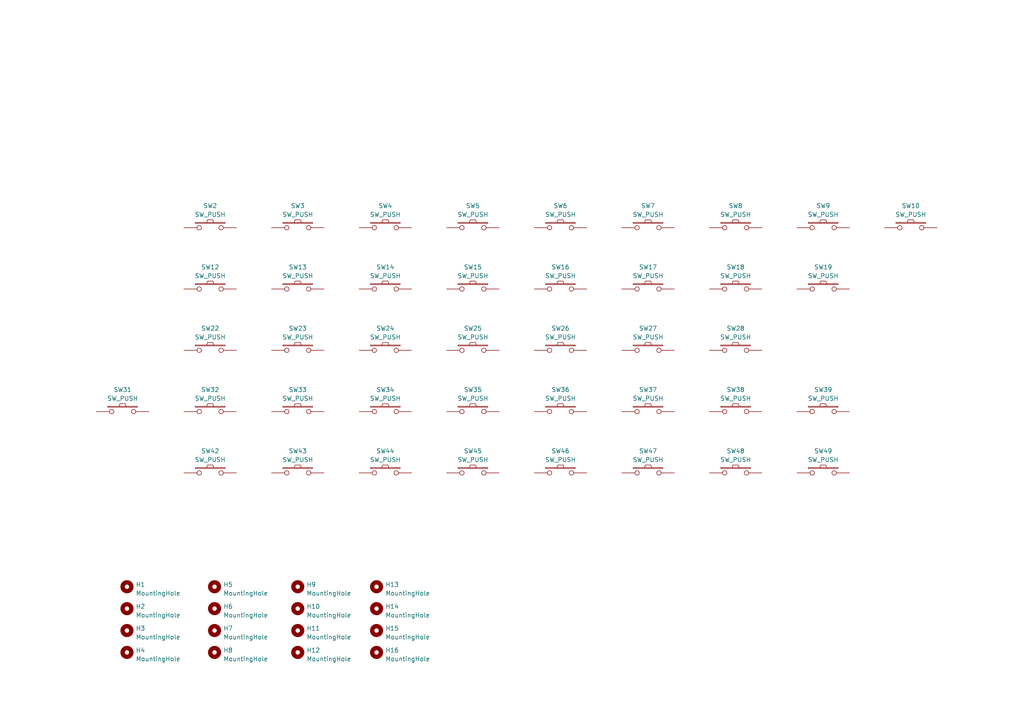
<source format=kicad_sch>
(kicad_sch (version 20230121) (generator eeschema)

  (uuid 6e6ce34d-41d5-494c-8310-abe0616e698b)

  (paper "A4")

  (lib_symbols
    (symbol "Mechanical:MountingHole" (pin_names (offset 1.016)) (in_bom yes) (on_board yes)
      (property "Reference" "H" (at 0 5.08 0)
        (effects (font (size 1.27 1.27)))
      )
      (property "Value" "MountingHole" (at 0 3.175 0)
        (effects (font (size 1.27 1.27)))
      )
      (property "Footprint" "" (at 0 0 0)
        (effects (font (size 1.27 1.27)) hide)
      )
      (property "Datasheet" "~" (at 0 0 0)
        (effects (font (size 1.27 1.27)) hide)
      )
      (property "ki_keywords" "mounting hole" (at 0 0 0)
        (effects (font (size 1.27 1.27)) hide)
      )
      (property "ki_description" "Mounting Hole without connection" (at 0 0 0)
        (effects (font (size 1.27 1.27)) hide)
      )
      (property "ki_fp_filters" "MountingHole*" (at 0 0 0)
        (effects (font (size 1.27 1.27)) hide)
      )
      (symbol "MountingHole_0_1"
        (circle (center 0 0) (radius 1.27)
          (stroke (width 1.27) (type default))
          (fill (type none))
        )
      )
    )
    (symbol "foostan/kbd:SW_PUSH" (pin_numbers hide) (pin_names (offset 1.016) hide) (in_bom yes) (on_board yes)
      (property "Reference" "SW" (at 3.81 2.794 0)
        (effects (font (size 1.27 1.27)))
      )
      (property "Value" "SW_PUSH" (at 0 -2.032 0)
        (effects (font (size 1.27 1.27)))
      )
      (property "Footprint" "" (at 0 0 0)
        (effects (font (size 1.27 1.27)))
      )
      (property "Datasheet" "" (at 0 0 0)
        (effects (font (size 1.27 1.27)))
      )
      (symbol "SW_PUSH_0_1"
        (rectangle (start -4.318 1.27) (end 4.318 1.524)
          (stroke (width 0) (type solid))
          (fill (type none))
        )
        (polyline
          (pts
            (xy -1.016 1.524)
            (xy -0.762 2.286)
            (xy 0.762 2.286)
            (xy 1.016 1.524)
          )
          (stroke (width 0) (type solid))
          (fill (type none))
        )
        (pin passive inverted (at -7.62 0 0) (length 5.08)
          (name "1" (effects (font (size 1.27 1.27))))
          (number "1" (effects (font (size 1.27 1.27))))
        )
        (pin passive inverted (at 7.62 0 180) (length 5.08)
          (name "2" (effects (font (size 1.27 1.27))))
          (number "2" (effects (font (size 1.27 1.27))))
        )
      )
    )
  )


  (symbol (lib_id "Mechanical:MountingHole") (at 62.23 182.88 0) (unit 1)
    (in_bom yes) (on_board yes) (dnp no) (fields_autoplaced)
    (uuid 06c59557-54f5-4b2f-84e3-71e9d2354528)
    (property "Reference" "H7" (at 64.77 182.245 0)
      (effects (font (size 1.27 1.27)) (justify left))
    )
    (property "Value" "MountingHole" (at 64.77 184.785 0)
      (effects (font (size 1.27 1.27)) (justify left))
    )
    (property "Footprint" "MountingHole:MountingHole_2.2mm_M2" (at 62.23 182.88 0)
      (effects (font (size 1.27 1.27)) hide)
    )
    (property "Datasheet" "~" (at 62.23 182.88 0)
      (effects (font (size 1.27 1.27)) hide)
    )
    (instances
      (project "sgkb-right-top"
        (path "/6e6ce34d-41d5-494c-8310-abe0616e698b"
          (reference "H7") (unit 1)
        )
      )
    )
  )

  (symbol (lib_id "foostan/kbd:SW_PUSH") (at 213.36 101.6 0) (unit 1)
    (in_bom yes) (on_board yes) (dnp no) (fields_autoplaced)
    (uuid 0bb2d334-1e8f-46ca-b874-4d20b2e85765)
    (property "Reference" "SW28" (at 213.36 95.25 0)
      (effects (font (size 1.27 1.27)))
    )
    (property "Value" "SW_PUSH" (at 213.36 97.79 0)
      (effects (font (size 1.27 1.27)))
    )
    (property "Footprint" "foostan/kbd:SW_Hole" (at 213.36 101.6 0)
      (effects (font (size 1.27 1.27)) hide)
    )
    (property "Datasheet" "" (at 213.36 101.6 0)
      (effects (font (size 1.27 1.27)))
    )
    (pin "1" (uuid d058d9f8-6172-44fd-a0ec-f5235cc0d8a1))
    (pin "2" (uuid 58e8447d-1202-4a59-92b0-5bf513caccf5))
    (instances
      (project "sgkb-right-top"
        (path "/6e6ce34d-41d5-494c-8310-abe0616e698b"
          (reference "SW28") (unit 1)
        )
      )
    )
  )

  (symbol (lib_id "Mechanical:MountingHole") (at 62.23 176.53 0) (unit 1)
    (in_bom yes) (on_board yes) (dnp no) (fields_autoplaced)
    (uuid 11e7ad44-71cc-47fc-832d-e3fff0b3d838)
    (property "Reference" "H6" (at 64.77 175.895 0)
      (effects (font (size 1.27 1.27)) (justify left))
    )
    (property "Value" "MountingHole" (at 64.77 178.435 0)
      (effects (font (size 1.27 1.27)) (justify left))
    )
    (property "Footprint" "MountingHole:MountingHole_2.2mm_M2" (at 62.23 176.53 0)
      (effects (font (size 1.27 1.27)) hide)
    )
    (property "Datasheet" "~" (at 62.23 176.53 0)
      (effects (font (size 1.27 1.27)) hide)
    )
    (instances
      (project "sgkb-right-top"
        (path "/6e6ce34d-41d5-494c-8310-abe0616e698b"
          (reference "H6") (unit 1)
        )
      )
    )
  )

  (symbol (lib_id "Mechanical:MountingHole") (at 109.22 176.53 0) (unit 1)
    (in_bom yes) (on_board yes) (dnp no) (fields_autoplaced)
    (uuid 1328d56d-9084-464a-8127-3f21a2e1d507)
    (property "Reference" "H14" (at 111.76 175.895 0)
      (effects (font (size 1.27 1.27)) (justify left))
    )
    (property "Value" "MountingHole" (at 111.76 178.435 0)
      (effects (font (size 1.27 1.27)) (justify left))
    )
    (property "Footprint" "MountingHole:MountingHole_2.2mm_M2" (at 109.22 176.53 0)
      (effects (font (size 1.27 1.27)) hide)
    )
    (property "Datasheet" "~" (at 109.22 176.53 0)
      (effects (font (size 1.27 1.27)) hide)
    )
    (instances
      (project "sgkb-right-top"
        (path "/6e6ce34d-41d5-494c-8310-abe0616e698b"
          (reference "H14") (unit 1)
        )
      )
    )
  )

  (symbol (lib_id "foostan/kbd:SW_PUSH") (at 111.76 66.04 0) (unit 1)
    (in_bom yes) (on_board yes) (dnp no) (fields_autoplaced)
    (uuid 18e07cbb-f524-4ae4-af57-9d7114b53df8)
    (property "Reference" "SW4" (at 111.76 59.69 0)
      (effects (font (size 1.27 1.27)))
    )
    (property "Value" "SW_PUSH" (at 111.76 62.23 0)
      (effects (font (size 1.27 1.27)))
    )
    (property "Footprint" "foostan/kbd:SW_Hole" (at 111.76 66.04 0)
      (effects (font (size 1.27 1.27)) hide)
    )
    (property "Datasheet" "" (at 111.76 66.04 0)
      (effects (font (size 1.27 1.27)))
    )
    (pin "1" (uuid 1ec63fd7-8961-46dc-b642-3f0faa0d28ba))
    (pin "2" (uuid 5105b8ab-269c-49a3-8780-913f508d7741))
    (instances
      (project "sgkb-right-top"
        (path "/6e6ce34d-41d5-494c-8310-abe0616e698b"
          (reference "SW4") (unit 1)
        )
      )
    )
  )

  (symbol (lib_id "foostan/kbd:SW_PUSH") (at 213.36 137.16 0) (unit 1)
    (in_bom yes) (on_board yes) (dnp no) (fields_autoplaced)
    (uuid 1902e360-f6e6-4305-8f43-4f87f55fe5ae)
    (property "Reference" "SW48" (at 213.36 130.81 0)
      (effects (font (size 1.27 1.27)))
    )
    (property "Value" "SW_PUSH" (at 213.36 133.35 0)
      (effects (font (size 1.27 1.27)))
    )
    (property "Footprint" "foostan/kbd:SW_Hole" (at 213.36 137.16 0)
      (effects (font (size 1.27 1.27)) hide)
    )
    (property "Datasheet" "" (at 213.36 137.16 0)
      (effects (font (size 1.27 1.27)))
    )
    (pin "1" (uuid 96c699e9-2e85-4630-966a-229e171af5e1))
    (pin "2" (uuid 392c4cc2-54aa-4b9b-b038-c8c7197e8d5b))
    (instances
      (project "sgkb-right-top"
        (path "/6e6ce34d-41d5-494c-8310-abe0616e698b"
          (reference "SW48") (unit 1)
        )
      )
    )
  )

  (symbol (lib_id "foostan/kbd:SW_PUSH") (at 137.16 83.82 0) (unit 1)
    (in_bom yes) (on_board yes) (dnp no) (fields_autoplaced)
    (uuid 1dd59f24-ff59-405c-8ba3-2214ee37168d)
    (property "Reference" "SW15" (at 137.16 77.47 0)
      (effects (font (size 1.27 1.27)))
    )
    (property "Value" "SW_PUSH" (at 137.16 80.01 0)
      (effects (font (size 1.27 1.27)))
    )
    (property "Footprint" "foostan/kbd:SW_Hole" (at 137.16 83.82 0)
      (effects (font (size 1.27 1.27)) hide)
    )
    (property "Datasheet" "" (at 137.16 83.82 0)
      (effects (font (size 1.27 1.27)))
    )
    (pin "1" (uuid f9a21123-d570-45b1-9ef6-1a617e6a9356))
    (pin "2" (uuid 89ccdf80-5875-41f3-a8cb-a20d44ac32c9))
    (instances
      (project "sgkb-right-top"
        (path "/6e6ce34d-41d5-494c-8310-abe0616e698b"
          (reference "SW15") (unit 1)
        )
      )
    )
  )

  (symbol (lib_id "foostan/kbd:SW_PUSH") (at 86.36 119.38 0) (unit 1)
    (in_bom yes) (on_board yes) (dnp no) (fields_autoplaced)
    (uuid 1deecb0c-ab64-463b-8d1d-2d3457e126fa)
    (property "Reference" "SW33" (at 86.36 113.03 0)
      (effects (font (size 1.27 1.27)))
    )
    (property "Value" "SW_PUSH" (at 86.36 115.57 0)
      (effects (font (size 1.27 1.27)))
    )
    (property "Footprint" "foostan/kbd:SW_Hole" (at 86.36 119.38 0)
      (effects (font (size 1.27 1.27)) hide)
    )
    (property "Datasheet" "" (at 86.36 119.38 0)
      (effects (font (size 1.27 1.27)))
    )
    (pin "1" (uuid 4527f846-1e6b-455f-941d-73cc12bab5ef))
    (pin "2" (uuid 5eb4c579-58f6-4536-8e9f-3a53d5a5f105))
    (instances
      (project "sgkb-right-top"
        (path "/6e6ce34d-41d5-494c-8310-abe0616e698b"
          (reference "SW33") (unit 1)
        )
      )
    )
  )

  (symbol (lib_id "foostan/kbd:SW_PUSH") (at 86.36 137.16 0) (unit 1)
    (in_bom yes) (on_board yes) (dnp no) (fields_autoplaced)
    (uuid 202d5358-36ab-4abd-aea4-aa5a05084380)
    (property "Reference" "SW43" (at 86.36 130.81 0)
      (effects (font (size 1.27 1.27)))
    )
    (property "Value" "SW_PUSH" (at 86.36 133.35 0)
      (effects (font (size 1.27 1.27)))
    )
    (property "Footprint" "foostan/kbd:SW_Hole" (at 86.36 137.16 0)
      (effects (font (size 1.27 1.27)) hide)
    )
    (property "Datasheet" "" (at 86.36 137.16 0)
      (effects (font (size 1.27 1.27)))
    )
    (pin "1" (uuid a6b45605-4a8b-48bf-a2af-5c1ee8bf9b8f))
    (pin "2" (uuid 1c4e57a7-89e5-40c7-81f5-0a33195640af))
    (instances
      (project "sgkb-right-top"
        (path "/6e6ce34d-41d5-494c-8310-abe0616e698b"
          (reference "SW43") (unit 1)
        )
      )
    )
  )

  (symbol (lib_id "foostan/kbd:SW_PUSH") (at 213.36 83.82 0) (unit 1)
    (in_bom yes) (on_board yes) (dnp no) (fields_autoplaced)
    (uuid 249e5d7d-8730-48dc-b598-867a105279e0)
    (property "Reference" "SW18" (at 213.36 77.47 0)
      (effects (font (size 1.27 1.27)))
    )
    (property "Value" "SW_PUSH" (at 213.36 80.01 0)
      (effects (font (size 1.27 1.27)))
    )
    (property "Footprint" "foostan/kbd:SW_Hole" (at 213.36 83.82 0)
      (effects (font (size 1.27 1.27)) hide)
    )
    (property "Datasheet" "" (at 213.36 83.82 0)
      (effects (font (size 1.27 1.27)))
    )
    (pin "1" (uuid 4dba1d5c-707c-42ec-94bc-8b4a989ba112))
    (pin "2" (uuid 599de506-f3cf-49e2-9baa-04e7476c35c5))
    (instances
      (project "sgkb-right-top"
        (path "/6e6ce34d-41d5-494c-8310-abe0616e698b"
          (reference "SW18") (unit 1)
        )
      )
    )
  )

  (symbol (lib_id "foostan/kbd:SW_PUSH") (at 111.76 119.38 0) (unit 1)
    (in_bom yes) (on_board yes) (dnp no) (fields_autoplaced)
    (uuid 251339e1-df48-4535-87b2-5fbaa44ce4a2)
    (property "Reference" "SW34" (at 111.76 113.03 0)
      (effects (font (size 1.27 1.27)))
    )
    (property "Value" "SW_PUSH" (at 111.76 115.57 0)
      (effects (font (size 1.27 1.27)))
    )
    (property "Footprint" "foostan/kbd:SW_Hole" (at 111.76 119.38 0)
      (effects (font (size 1.27 1.27)) hide)
    )
    (property "Datasheet" "" (at 111.76 119.38 0)
      (effects (font (size 1.27 1.27)))
    )
    (pin "1" (uuid 6f7a0a20-00d2-473e-87a1-f11ece0aac55))
    (pin "2" (uuid 396f1ae8-88b6-4196-bac7-c5b8a952d89d))
    (instances
      (project "sgkb-right-top"
        (path "/6e6ce34d-41d5-494c-8310-abe0616e698b"
          (reference "SW34") (unit 1)
        )
      )
    )
  )

  (symbol (lib_id "Mechanical:MountingHole") (at 86.36 189.23 0) (unit 1)
    (in_bom yes) (on_board yes) (dnp no) (fields_autoplaced)
    (uuid 2de1b67c-3c34-4d82-8f83-c7d55bd27123)
    (property "Reference" "H12" (at 88.9 188.595 0)
      (effects (font (size 1.27 1.27)) (justify left))
    )
    (property "Value" "MountingHole" (at 88.9 191.135 0)
      (effects (font (size 1.27 1.27)) (justify left))
    )
    (property "Footprint" "MountingHole:MountingHole_2.2mm_M2" (at 86.36 189.23 0)
      (effects (font (size 1.27 1.27)) hide)
    )
    (property "Datasheet" "~" (at 86.36 189.23 0)
      (effects (font (size 1.27 1.27)) hide)
    )
    (instances
      (project "sgkb-right-top"
        (path "/6e6ce34d-41d5-494c-8310-abe0616e698b"
          (reference "H12") (unit 1)
        )
      )
    )
  )

  (symbol (lib_id "foostan/kbd:SW_PUSH") (at 137.16 119.38 0) (unit 1)
    (in_bom yes) (on_board yes) (dnp no) (fields_autoplaced)
    (uuid 3835a7fe-2c94-446e-b949-e117920fd6e5)
    (property "Reference" "SW35" (at 137.16 113.03 0)
      (effects (font (size 1.27 1.27)))
    )
    (property "Value" "SW_PUSH" (at 137.16 115.57 0)
      (effects (font (size 1.27 1.27)))
    )
    (property "Footprint" "foostan/kbd:SW_Hole" (at 137.16 119.38 0)
      (effects (font (size 1.27 1.27)) hide)
    )
    (property "Datasheet" "" (at 137.16 119.38 0)
      (effects (font (size 1.27 1.27)))
    )
    (pin "1" (uuid 9aaef3e6-02e3-4dba-951a-d42376988d09))
    (pin "2" (uuid 69b15e58-be1f-4d39-a9fc-e326252ca6f0))
    (instances
      (project "sgkb-right-top"
        (path "/6e6ce34d-41d5-494c-8310-abe0616e698b"
          (reference "SW35") (unit 1)
        )
      )
    )
  )

  (symbol (lib_id "foostan/kbd:SW_PUSH") (at 162.56 66.04 0) (unit 1)
    (in_bom yes) (on_board yes) (dnp no) (fields_autoplaced)
    (uuid 3b70c925-80ca-495d-891e-f54317c54e5a)
    (property "Reference" "SW6" (at 162.56 59.69 0)
      (effects (font (size 1.27 1.27)))
    )
    (property "Value" "SW_PUSH" (at 162.56 62.23 0)
      (effects (font (size 1.27 1.27)))
    )
    (property "Footprint" "foostan/kbd:SW_Hole" (at 162.56 66.04 0)
      (effects (font (size 1.27 1.27)) hide)
    )
    (property "Datasheet" "" (at 162.56 66.04 0)
      (effects (font (size 1.27 1.27)))
    )
    (pin "1" (uuid f203acae-9237-4c07-b952-7226c6c12276))
    (pin "2" (uuid a44ef006-e8cd-4685-944c-290107cbd52c))
    (instances
      (project "sgkb-right-top"
        (path "/6e6ce34d-41d5-494c-8310-abe0616e698b"
          (reference "SW6") (unit 1)
        )
      )
    )
  )

  (symbol (lib_id "foostan/kbd:SW_PUSH") (at 213.36 119.38 0) (unit 1)
    (in_bom yes) (on_board yes) (dnp no) (fields_autoplaced)
    (uuid 3b948376-7645-48b9-bb8e-1dc0e87225c1)
    (property "Reference" "SW38" (at 213.36 113.03 0)
      (effects (font (size 1.27 1.27)))
    )
    (property "Value" "SW_PUSH" (at 213.36 115.57 0)
      (effects (font (size 1.27 1.27)))
    )
    (property "Footprint" "foostan/kbd:SW_Hole" (at 213.36 119.38 0)
      (effects (font (size 1.27 1.27)) hide)
    )
    (property "Datasheet" "" (at 213.36 119.38 0)
      (effects (font (size 1.27 1.27)))
    )
    (pin "1" (uuid bcd37a02-a7b8-4ce0-9849-6eab4fbabdd7))
    (pin "2" (uuid 62eb8f40-de5e-43ed-b9ea-288d231230b1))
    (instances
      (project "sgkb-right-top"
        (path "/6e6ce34d-41d5-494c-8310-abe0616e698b"
          (reference "SW38") (unit 1)
        )
      )
    )
  )

  (symbol (lib_id "foostan/kbd:SW_PUSH") (at 86.36 83.82 0) (unit 1)
    (in_bom yes) (on_board yes) (dnp no) (fields_autoplaced)
    (uuid 479800a4-9017-4998-bf52-e1f53d52801e)
    (property "Reference" "SW13" (at 86.36 77.47 0)
      (effects (font (size 1.27 1.27)))
    )
    (property "Value" "SW_PUSH" (at 86.36 80.01 0)
      (effects (font (size 1.27 1.27)))
    )
    (property "Footprint" "foostan/kbd:SW_Hole" (at 86.36 83.82 0)
      (effects (font (size 1.27 1.27)) hide)
    )
    (property "Datasheet" "" (at 86.36 83.82 0)
      (effects (font (size 1.27 1.27)))
    )
    (pin "1" (uuid 942737af-60b2-4afc-9f61-92cb7284b86a))
    (pin "2" (uuid 3be2b940-bd47-4f80-8d02-e01cc4527f8a))
    (instances
      (project "sgkb-right-top"
        (path "/6e6ce34d-41d5-494c-8310-abe0616e698b"
          (reference "SW13") (unit 1)
        )
      )
    )
  )

  (symbol (lib_id "foostan/kbd:SW_PUSH") (at 60.96 66.04 0) (unit 1)
    (in_bom yes) (on_board yes) (dnp no) (fields_autoplaced)
    (uuid 48d3dd12-d5b3-4458-ae63-e4b43987ed62)
    (property "Reference" "SW2" (at 60.96 59.69 0)
      (effects (font (size 1.27 1.27)))
    )
    (property "Value" "SW_PUSH" (at 60.96 62.23 0)
      (effects (font (size 1.27 1.27)))
    )
    (property "Footprint" "foostan/kbd:SW_Hole" (at 60.96 66.04 0)
      (effects (font (size 1.27 1.27)) hide)
    )
    (property "Datasheet" "" (at 60.96 66.04 0)
      (effects (font (size 1.27 1.27)))
    )
    (pin "1" (uuid 004a12a4-a521-42f0-a453-5b8a8cf26283))
    (pin "2" (uuid edfcc5b7-5717-433b-82d6-89f77a408af3))
    (instances
      (project "sgkb-right-top"
        (path "/6e6ce34d-41d5-494c-8310-abe0616e698b"
          (reference "SW2") (unit 1)
        )
      )
    )
  )

  (symbol (lib_id "foostan/kbd:SW_PUSH") (at 162.56 83.82 0) (unit 1)
    (in_bom yes) (on_board yes) (dnp no) (fields_autoplaced)
    (uuid 4c658a83-b6de-4abb-beed-147a636f00ea)
    (property "Reference" "SW16" (at 162.56 77.47 0)
      (effects (font (size 1.27 1.27)))
    )
    (property "Value" "SW_PUSH" (at 162.56 80.01 0)
      (effects (font (size 1.27 1.27)))
    )
    (property "Footprint" "foostan/kbd:SW_Hole" (at 162.56 83.82 0)
      (effects (font (size 1.27 1.27)) hide)
    )
    (property "Datasheet" "" (at 162.56 83.82 0)
      (effects (font (size 1.27 1.27)))
    )
    (pin "1" (uuid b355b1bb-3cc9-48b8-bbc5-00ef1f5a0285))
    (pin "2" (uuid 335b31a8-5321-431d-bb39-dfc982fe5107))
    (instances
      (project "sgkb-right-top"
        (path "/6e6ce34d-41d5-494c-8310-abe0616e698b"
          (reference "SW16") (unit 1)
        )
      )
    )
  )

  (symbol (lib_id "foostan/kbd:SW_PUSH") (at 187.96 119.38 0) (unit 1)
    (in_bom yes) (on_board yes) (dnp no) (fields_autoplaced)
    (uuid 51bb2fda-3e14-42c9-9e44-7dcf65a716e2)
    (property "Reference" "SW37" (at 187.96 113.03 0)
      (effects (font (size 1.27 1.27)))
    )
    (property "Value" "SW_PUSH" (at 187.96 115.57 0)
      (effects (font (size 1.27 1.27)))
    )
    (property "Footprint" "foostan/kbd:SW_Hole" (at 187.96 119.38 0)
      (effects (font (size 1.27 1.27)) hide)
    )
    (property "Datasheet" "" (at 187.96 119.38 0)
      (effects (font (size 1.27 1.27)))
    )
    (pin "1" (uuid 55d978f0-f0ed-4e6a-97d2-df817463cc5f))
    (pin "2" (uuid 4bfdb7b7-c307-42f2-910c-d1279e1d60c1))
    (instances
      (project "sgkb-right-top"
        (path "/6e6ce34d-41d5-494c-8310-abe0616e698b"
          (reference "SW37") (unit 1)
        )
      )
    )
  )

  (symbol (lib_id "Mechanical:MountingHole") (at 86.36 170.18 0) (unit 1)
    (in_bom yes) (on_board yes) (dnp no) (fields_autoplaced)
    (uuid 53190d5d-624d-45cc-91b1-d18314173720)
    (property "Reference" "H9" (at 88.9 169.545 0)
      (effects (font (size 1.27 1.27)) (justify left))
    )
    (property "Value" "MountingHole" (at 88.9 172.085 0)
      (effects (font (size 1.27 1.27)) (justify left))
    )
    (property "Footprint" "MountingHole:MountingHole_2.2mm_M2" (at 86.36 170.18 0)
      (effects (font (size 1.27 1.27)) hide)
    )
    (property "Datasheet" "~" (at 86.36 170.18 0)
      (effects (font (size 1.27 1.27)) hide)
    )
    (instances
      (project "sgkb-right-top"
        (path "/6e6ce34d-41d5-494c-8310-abe0616e698b"
          (reference "H9") (unit 1)
        )
      )
    )
  )

  (symbol (lib_id "Mechanical:MountingHole") (at 36.83 189.23 0) (unit 1)
    (in_bom yes) (on_board yes) (dnp no) (fields_autoplaced)
    (uuid 5845e1b2-462f-4f13-8fcf-370962b9327b)
    (property "Reference" "H4" (at 39.37 188.595 0)
      (effects (font (size 1.27 1.27)) (justify left))
    )
    (property "Value" "MountingHole" (at 39.37 191.135 0)
      (effects (font (size 1.27 1.27)) (justify left))
    )
    (property "Footprint" "MountingHole:MountingHole_2.2mm_M2" (at 36.83 189.23 0)
      (effects (font (size 1.27 1.27)) hide)
    )
    (property "Datasheet" "~" (at 36.83 189.23 0)
      (effects (font (size 1.27 1.27)) hide)
    )
    (instances
      (project "sgkb-right-top"
        (path "/6e6ce34d-41d5-494c-8310-abe0616e698b"
          (reference "H4") (unit 1)
        )
      )
    )
  )

  (symbol (lib_id "foostan/kbd:SW_PUSH") (at 111.76 137.16 0) (unit 1)
    (in_bom yes) (on_board yes) (dnp no) (fields_autoplaced)
    (uuid 5ef8d61d-eff6-4b9e-a00d-bb578581d57a)
    (property "Reference" "SW44" (at 111.76 130.81 0)
      (effects (font (size 1.27 1.27)))
    )
    (property "Value" "SW_PUSH" (at 111.76 133.35 0)
      (effects (font (size 1.27 1.27)))
    )
    (property "Footprint" "foostan/kbd:SW_Hole" (at 111.76 137.16 0)
      (effects (font (size 1.27 1.27)) hide)
    )
    (property "Datasheet" "" (at 111.76 137.16 0)
      (effects (font (size 1.27 1.27)))
    )
    (pin "1" (uuid e8f3d54d-4f1f-432e-a6e7-4cba51afece5))
    (pin "2" (uuid 3672ecb1-7b78-42cc-a8fc-d9364989f3ce))
    (instances
      (project "sgkb-right-top"
        (path "/6e6ce34d-41d5-494c-8310-abe0616e698b"
          (reference "SW44") (unit 1)
        )
      )
    )
  )

  (symbol (lib_id "Mechanical:MountingHole") (at 109.22 189.23 0) (unit 1)
    (in_bom yes) (on_board yes) (dnp no) (fields_autoplaced)
    (uuid 60508705-82ca-4893-9fc7-5f669a5e6e4a)
    (property "Reference" "H16" (at 111.76 188.595 0)
      (effects (font (size 1.27 1.27)) (justify left))
    )
    (property "Value" "MountingHole" (at 111.76 191.135 0)
      (effects (font (size 1.27 1.27)) (justify left))
    )
    (property "Footprint" "MountingHole:MountingHole_2.2mm_M2" (at 109.22 189.23 0)
      (effects (font (size 1.27 1.27)) hide)
    )
    (property "Datasheet" "~" (at 109.22 189.23 0)
      (effects (font (size 1.27 1.27)) hide)
    )
    (instances
      (project "sgkb-right-top"
        (path "/6e6ce34d-41d5-494c-8310-abe0616e698b"
          (reference "H16") (unit 1)
        )
      )
    )
  )

  (symbol (lib_id "foostan/kbd:SW_PUSH") (at 213.36 66.04 0) (unit 1)
    (in_bom yes) (on_board yes) (dnp no) (fields_autoplaced)
    (uuid 67e87505-c592-4da6-9b6b-e82069919c3e)
    (property "Reference" "SW8" (at 213.36 59.69 0)
      (effects (font (size 1.27 1.27)))
    )
    (property "Value" "SW_PUSH" (at 213.36 62.23 0)
      (effects (font (size 1.27 1.27)))
    )
    (property "Footprint" "foostan/kbd:SW_Hole" (at 213.36 66.04 0)
      (effects (font (size 1.27 1.27)) hide)
    )
    (property "Datasheet" "" (at 213.36 66.04 0)
      (effects (font (size 1.27 1.27)))
    )
    (pin "1" (uuid d5a25bc9-efa4-4d3a-badf-8eee85e7264a))
    (pin "2" (uuid d72c76c8-d0b2-4bda-bc80-c4953f90210e))
    (instances
      (project "sgkb-right-top"
        (path "/6e6ce34d-41d5-494c-8310-abe0616e698b"
          (reference "SW8") (unit 1)
        )
      )
    )
  )

  (symbol (lib_id "foostan/kbd:SW_PUSH") (at 187.96 66.04 0) (unit 1)
    (in_bom yes) (on_board yes) (dnp no) (fields_autoplaced)
    (uuid 69782912-9ebb-49b7-9d93-7701b8cd3a68)
    (property "Reference" "SW7" (at 187.96 59.69 0)
      (effects (font (size 1.27 1.27)))
    )
    (property "Value" "SW_PUSH" (at 187.96 62.23 0)
      (effects (font (size 1.27 1.27)))
    )
    (property "Footprint" "foostan/kbd:SW_Hole" (at 187.96 66.04 0)
      (effects (font (size 1.27 1.27)) hide)
    )
    (property "Datasheet" "" (at 187.96 66.04 0)
      (effects (font (size 1.27 1.27)))
    )
    (pin "1" (uuid 75a4a428-8caf-4e19-ac33-7537e2f39661))
    (pin "2" (uuid 4619907b-415e-4b0e-9959-ab4327f4f321))
    (instances
      (project "sgkb-right-top"
        (path "/6e6ce34d-41d5-494c-8310-abe0616e698b"
          (reference "SW7") (unit 1)
        )
      )
    )
  )

  (symbol (lib_id "foostan/kbd:SW_PUSH") (at 238.76 66.04 0) (unit 1)
    (in_bom yes) (on_board yes) (dnp no) (fields_autoplaced)
    (uuid 6d7ca62b-a506-4cba-a374-68575fcac673)
    (property "Reference" "SW9" (at 238.76 59.69 0)
      (effects (font (size 1.27 1.27)))
    )
    (property "Value" "SW_PUSH" (at 238.76 62.23 0)
      (effects (font (size 1.27 1.27)))
    )
    (property "Footprint" "foostan/kbd:SW_Hole" (at 238.76 66.04 0)
      (effects (font (size 1.27 1.27)) hide)
    )
    (property "Datasheet" "" (at 238.76 66.04 0)
      (effects (font (size 1.27 1.27)))
    )
    (pin "1" (uuid 1fac5594-984a-4267-894a-6a00cba2265d))
    (pin "2" (uuid a660d307-4442-44e7-b978-b68e9088d8a3))
    (instances
      (project "sgkb-right-top"
        (path "/6e6ce34d-41d5-494c-8310-abe0616e698b"
          (reference "SW9") (unit 1)
        )
      )
    )
  )

  (symbol (lib_id "Mechanical:MountingHole") (at 36.83 170.18 0) (unit 1)
    (in_bom yes) (on_board yes) (dnp no) (fields_autoplaced)
    (uuid 7268d6b3-b4a4-4a4f-a235-70ed56a3398a)
    (property "Reference" "H1" (at 39.37 169.545 0)
      (effects (font (size 1.27 1.27)) (justify left))
    )
    (property "Value" "MountingHole" (at 39.37 172.085 0)
      (effects (font (size 1.27 1.27)) (justify left))
    )
    (property "Footprint" "MountingHole:MountingHole_2.2mm_M2" (at 36.83 170.18 0)
      (effects (font (size 1.27 1.27)) hide)
    )
    (property "Datasheet" "~" (at 36.83 170.18 0)
      (effects (font (size 1.27 1.27)) hide)
    )
    (instances
      (project "sgkb-right-top"
        (path "/6e6ce34d-41d5-494c-8310-abe0616e698b"
          (reference "H1") (unit 1)
        )
      )
    )
  )

  (symbol (lib_id "foostan/kbd:SW_PUSH") (at 187.96 83.82 0) (unit 1)
    (in_bom yes) (on_board yes) (dnp no) (fields_autoplaced)
    (uuid 76d78c5a-cfde-4fec-8eec-3b8b5a491f2e)
    (property "Reference" "SW17" (at 187.96 77.47 0)
      (effects (font (size 1.27 1.27)))
    )
    (property "Value" "SW_PUSH" (at 187.96 80.01 0)
      (effects (font (size 1.27 1.27)))
    )
    (property "Footprint" "foostan/kbd:SW_Hole" (at 187.96 83.82 0)
      (effects (font (size 1.27 1.27)) hide)
    )
    (property "Datasheet" "" (at 187.96 83.82 0)
      (effects (font (size 1.27 1.27)))
    )
    (pin "1" (uuid 9b1c7e61-8d55-4adc-bcf7-f81b9228168d))
    (pin "2" (uuid 3e968829-9c78-479f-bfa1-a759a2181435))
    (instances
      (project "sgkb-right-top"
        (path "/6e6ce34d-41d5-494c-8310-abe0616e698b"
          (reference "SW17") (unit 1)
        )
      )
    )
  )

  (symbol (lib_id "foostan/kbd:SW_PUSH") (at 60.96 83.82 0) (unit 1)
    (in_bom yes) (on_board yes) (dnp no) (fields_autoplaced)
    (uuid 7b13027d-5d40-4054-9f93-eca8a6c31e59)
    (property "Reference" "SW12" (at 60.96 77.47 0)
      (effects (font (size 1.27 1.27)))
    )
    (property "Value" "SW_PUSH" (at 60.96 80.01 0)
      (effects (font (size 1.27 1.27)))
    )
    (property "Footprint" "foostan/kbd:SW_Hole" (at 60.96 83.82 0)
      (effects (font (size 1.27 1.27)) hide)
    )
    (property "Datasheet" "" (at 60.96 83.82 0)
      (effects (font (size 1.27 1.27)))
    )
    (pin "1" (uuid 21c79359-9442-47e4-ba42-f40bca8f0685))
    (pin "2" (uuid fa8b2eeb-a0a9-4737-bf9a-1b8b81effa5f))
    (instances
      (project "sgkb-right-top"
        (path "/6e6ce34d-41d5-494c-8310-abe0616e698b"
          (reference "SW12") (unit 1)
        )
      )
    )
  )

  (symbol (lib_id "Mechanical:MountingHole") (at 86.36 176.53 0) (unit 1)
    (in_bom yes) (on_board yes) (dnp no) (fields_autoplaced)
    (uuid 836ede0f-d57f-41cf-b489-9f6038174204)
    (property "Reference" "H10" (at 88.9 175.895 0)
      (effects (font (size 1.27 1.27)) (justify left))
    )
    (property "Value" "MountingHole" (at 88.9 178.435 0)
      (effects (font (size 1.27 1.27)) (justify left))
    )
    (property "Footprint" "MountingHole:MountingHole_2.2mm_M2" (at 86.36 176.53 0)
      (effects (font (size 1.27 1.27)) hide)
    )
    (property "Datasheet" "~" (at 86.36 176.53 0)
      (effects (font (size 1.27 1.27)) hide)
    )
    (instances
      (project "sgkb-right-top"
        (path "/6e6ce34d-41d5-494c-8310-abe0616e698b"
          (reference "H10") (unit 1)
        )
      )
    )
  )

  (symbol (lib_id "Mechanical:MountingHole") (at 86.36 182.88 0) (unit 1)
    (in_bom yes) (on_board yes) (dnp no) (fields_autoplaced)
    (uuid 866f90fc-2e5f-4da1-9689-ace8f8f0030d)
    (property "Reference" "H11" (at 88.9 182.245 0)
      (effects (font (size 1.27 1.27)) (justify left))
    )
    (property "Value" "MountingHole" (at 88.9 184.785 0)
      (effects (font (size 1.27 1.27)) (justify left))
    )
    (property "Footprint" "MountingHole:MountingHole_2.2mm_M2" (at 86.36 182.88 0)
      (effects (font (size 1.27 1.27)) hide)
    )
    (property "Datasheet" "~" (at 86.36 182.88 0)
      (effects (font (size 1.27 1.27)) hide)
    )
    (instances
      (project "sgkb-right-top"
        (path "/6e6ce34d-41d5-494c-8310-abe0616e698b"
          (reference "H11") (unit 1)
        )
      )
    )
  )

  (symbol (lib_id "foostan/kbd:SW_PUSH") (at 137.16 137.16 0) (unit 1)
    (in_bom yes) (on_board yes) (dnp no) (fields_autoplaced)
    (uuid 8e58bcd9-7925-44ca-80aa-59494302ee93)
    (property "Reference" "SW45" (at 137.16 130.81 0)
      (effects (font (size 1.27 1.27)))
    )
    (property "Value" "SW_PUSH" (at 137.16 133.35 0)
      (effects (font (size 1.27 1.27)))
    )
    (property "Footprint" "foostan/kbd:SW_Hole" (at 137.16 137.16 0)
      (effects (font (size 1.27 1.27)) hide)
    )
    (property "Datasheet" "" (at 137.16 137.16 0)
      (effects (font (size 1.27 1.27)))
    )
    (pin "1" (uuid a8f17272-411e-4148-99d5-cab047248a1f))
    (pin "2" (uuid e567e254-b682-4130-8140-702d92a4070e))
    (instances
      (project "sgkb-right-top"
        (path "/6e6ce34d-41d5-494c-8310-abe0616e698b"
          (reference "SW45") (unit 1)
        )
      )
    )
  )

  (symbol (lib_id "foostan/kbd:SW_PUSH") (at 60.96 137.16 0) (unit 1)
    (in_bom yes) (on_board yes) (dnp no) (fields_autoplaced)
    (uuid 8edb0f48-f5c8-4789-985e-febb42a5a77b)
    (property "Reference" "SW42" (at 60.96 130.81 0)
      (effects (font (size 1.27 1.27)))
    )
    (property "Value" "SW_PUSH" (at 60.96 133.35 0)
      (effects (font (size 1.27 1.27)))
    )
    (property "Footprint" "foostan/kbd:SW_Hole" (at 60.96 137.16 0)
      (effects (font (size 1.27 1.27)) hide)
    )
    (property "Datasheet" "" (at 60.96 137.16 0)
      (effects (font (size 1.27 1.27)))
    )
    (pin "1" (uuid a487080d-c02a-485b-a949-ac7e15fd9187))
    (pin "2" (uuid 18cabf31-f6a2-49c3-9471-e5d4c87828ea))
    (instances
      (project "sgkb-right-top"
        (path "/6e6ce34d-41d5-494c-8310-abe0616e698b"
          (reference "SW42") (unit 1)
        )
      )
    )
  )

  (symbol (lib_id "foostan/kbd:SW_PUSH") (at 264.16 66.04 0) (unit 1)
    (in_bom yes) (on_board yes) (dnp no) (fields_autoplaced)
    (uuid 8f00a49f-93db-4138-ac1c-1aadfdb9eff8)
    (property "Reference" "SW10" (at 264.16 59.69 0)
      (effects (font (size 1.27 1.27)))
    )
    (property "Value" "SW_PUSH" (at 264.16 62.23 0)
      (effects (font (size 1.27 1.27)))
    )
    (property "Footprint" "foostan/kbd:SW_Hole" (at 264.16 66.04 0)
      (effects (font (size 1.27 1.27)) hide)
    )
    (property "Datasheet" "" (at 264.16 66.04 0)
      (effects (font (size 1.27 1.27)))
    )
    (pin "1" (uuid d401d214-b7f5-41b8-af80-1ea9c6fd0e0a))
    (pin "2" (uuid b9446c35-7a06-44d1-b2b2-51290ca8a745))
    (instances
      (project "sgkb-right-top"
        (path "/6e6ce34d-41d5-494c-8310-abe0616e698b"
          (reference "SW10") (unit 1)
        )
      )
    )
  )

  (symbol (lib_id "Mechanical:MountingHole") (at 109.22 182.88 0) (unit 1)
    (in_bom yes) (on_board yes) (dnp no) (fields_autoplaced)
    (uuid 90639419-9609-4627-a342-8e998d4db900)
    (property "Reference" "H15" (at 111.76 182.245 0)
      (effects (font (size 1.27 1.27)) (justify left))
    )
    (property "Value" "MountingHole" (at 111.76 184.785 0)
      (effects (font (size 1.27 1.27)) (justify left))
    )
    (property "Footprint" "MountingHole:MountingHole_2.2mm_M2" (at 109.22 182.88 0)
      (effects (font (size 1.27 1.27)) hide)
    )
    (property "Datasheet" "~" (at 109.22 182.88 0)
      (effects (font (size 1.27 1.27)) hide)
    )
    (instances
      (project "sgkb-right-top"
        (path "/6e6ce34d-41d5-494c-8310-abe0616e698b"
          (reference "H15") (unit 1)
        )
      )
    )
  )

  (symbol (lib_id "Mechanical:MountingHole") (at 62.23 189.23 0) (unit 1)
    (in_bom yes) (on_board yes) (dnp no) (fields_autoplaced)
    (uuid 92191221-bc9a-45f1-91b8-73e12cc722fb)
    (property "Reference" "H8" (at 64.77 188.595 0)
      (effects (font (size 1.27 1.27)) (justify left))
    )
    (property "Value" "MountingHole" (at 64.77 191.135 0)
      (effects (font (size 1.27 1.27)) (justify left))
    )
    (property "Footprint" "MountingHole:MountingHole_2.2mm_M2" (at 62.23 189.23 0)
      (effects (font (size 1.27 1.27)) hide)
    )
    (property "Datasheet" "~" (at 62.23 189.23 0)
      (effects (font (size 1.27 1.27)) hide)
    )
    (instances
      (project "sgkb-right-top"
        (path "/6e6ce34d-41d5-494c-8310-abe0616e698b"
          (reference "H8") (unit 1)
        )
      )
    )
  )

  (symbol (lib_id "Mechanical:MountingHole") (at 36.83 176.53 0) (unit 1)
    (in_bom yes) (on_board yes) (dnp no) (fields_autoplaced)
    (uuid 941adf7c-6792-4067-b5dc-c83f75de63b3)
    (property "Reference" "H2" (at 39.37 175.895 0)
      (effects (font (size 1.27 1.27)) (justify left))
    )
    (property "Value" "MountingHole" (at 39.37 178.435 0)
      (effects (font (size 1.27 1.27)) (justify left))
    )
    (property "Footprint" "MountingHole:MountingHole_2.2mm_M2" (at 36.83 176.53 0)
      (effects (font (size 1.27 1.27)) hide)
    )
    (property "Datasheet" "~" (at 36.83 176.53 0)
      (effects (font (size 1.27 1.27)) hide)
    )
    (instances
      (project "sgkb-right-top"
        (path "/6e6ce34d-41d5-494c-8310-abe0616e698b"
          (reference "H2") (unit 1)
        )
      )
    )
  )

  (symbol (lib_id "Mechanical:MountingHole") (at 36.83 182.88 0) (unit 1)
    (in_bom yes) (on_board yes) (dnp no) (fields_autoplaced)
    (uuid 9ddf0f80-e26f-4104-b4e0-250974d9a929)
    (property "Reference" "H3" (at 39.37 182.245 0)
      (effects (font (size 1.27 1.27)) (justify left))
    )
    (property "Value" "MountingHole" (at 39.37 184.785 0)
      (effects (font (size 1.27 1.27)) (justify left))
    )
    (property "Footprint" "MountingHole:MountingHole_2.2mm_M2" (at 36.83 182.88 0)
      (effects (font (size 1.27 1.27)) hide)
    )
    (property "Datasheet" "~" (at 36.83 182.88 0)
      (effects (font (size 1.27 1.27)) hide)
    )
    (instances
      (project "sgkb-right-top"
        (path "/6e6ce34d-41d5-494c-8310-abe0616e698b"
          (reference "H3") (unit 1)
        )
      )
    )
  )

  (symbol (lib_id "foostan/kbd:SW_PUSH") (at 238.76 83.82 0) (unit 1)
    (in_bom yes) (on_board yes) (dnp no) (fields_autoplaced)
    (uuid a72bca7a-c5fc-4d8d-bbbf-883764ebdc38)
    (property "Reference" "SW19" (at 238.76 77.47 0)
      (effects (font (size 1.27 1.27)))
    )
    (property "Value" "SW_PUSH" (at 238.76 80.01 0)
      (effects (font (size 1.27 1.27)))
    )
    (property "Footprint" "foostan/kbd:SW_Hole" (at 238.76 83.82 0)
      (effects (font (size 1.27 1.27)) hide)
    )
    (property "Datasheet" "" (at 238.76 83.82 0)
      (effects (font (size 1.27 1.27)))
    )
    (pin "1" (uuid f6542591-df3b-4b60-879a-a37d39645666))
    (pin "2" (uuid 9dc497b7-cf36-4037-acc2-dcc368a99d86))
    (instances
      (project "sgkb-right-top"
        (path "/6e6ce34d-41d5-494c-8310-abe0616e698b"
          (reference "SW19") (unit 1)
        )
      )
    )
  )

  (symbol (lib_id "foostan/kbd:SW_PUSH") (at 238.76 119.38 0) (unit 1)
    (in_bom yes) (on_board yes) (dnp no) (fields_autoplaced)
    (uuid a9dc6c74-cb8e-45ba-820b-aaaf7952d8d4)
    (property "Reference" "SW39" (at 238.76 113.03 0)
      (effects (font (size 1.27 1.27)))
    )
    (property "Value" "SW_PUSH" (at 238.76 115.57 0)
      (effects (font (size 1.27 1.27)))
    )
    (property "Footprint" "foostan/kbd:SW_Hole" (at 238.76 119.38 0)
      (effects (font (size 1.27 1.27)) hide)
    )
    (property "Datasheet" "" (at 238.76 119.38 0)
      (effects (font (size 1.27 1.27)))
    )
    (pin "1" (uuid 55c6c733-4585-403c-86ed-d586c427eb22))
    (pin "2" (uuid 944f8f11-4513-4eb2-a55c-7b7543c8158c))
    (instances
      (project "sgkb-right-top"
        (path "/6e6ce34d-41d5-494c-8310-abe0616e698b"
          (reference "SW39") (unit 1)
        )
      )
    )
  )

  (symbol (lib_id "foostan/kbd:SW_PUSH") (at 162.56 101.6 0) (unit 1)
    (in_bom yes) (on_board yes) (dnp no) (fields_autoplaced)
    (uuid b9d79acb-637a-4e15-b5af-6842dd1694f9)
    (property "Reference" "SW26" (at 162.56 95.25 0)
      (effects (font (size 1.27 1.27)))
    )
    (property "Value" "SW_PUSH" (at 162.56 97.79 0)
      (effects (font (size 1.27 1.27)))
    )
    (property "Footprint" "foostan/kbd:SW_Hole" (at 162.56 101.6 0)
      (effects (font (size 1.27 1.27)) hide)
    )
    (property "Datasheet" "" (at 162.56 101.6 0)
      (effects (font (size 1.27 1.27)))
    )
    (pin "1" (uuid 7eae465b-7b90-4021-a022-30450e76e4f5))
    (pin "2" (uuid f26f0799-80c1-4b0e-839f-ee7bc055225e))
    (instances
      (project "sgkb-right-top"
        (path "/6e6ce34d-41d5-494c-8310-abe0616e698b"
          (reference "SW26") (unit 1)
        )
      )
    )
  )

  (symbol (lib_id "foostan/kbd:SW_PUSH") (at 162.56 119.38 0) (unit 1)
    (in_bom yes) (on_board yes) (dnp no) (fields_autoplaced)
    (uuid c51ba8bf-819d-47b5-859f-cb550f694bd4)
    (property "Reference" "SW36" (at 162.56 113.03 0)
      (effects (font (size 1.27 1.27)))
    )
    (property "Value" "SW_PUSH" (at 162.56 115.57 0)
      (effects (font (size 1.27 1.27)))
    )
    (property "Footprint" "foostan/kbd:SW_Hole" (at 162.56 119.38 0)
      (effects (font (size 1.27 1.27)) hide)
    )
    (property "Datasheet" "" (at 162.56 119.38 0)
      (effects (font (size 1.27 1.27)))
    )
    (pin "1" (uuid 064429ac-30b5-4135-b1b1-9cfe39e51d13))
    (pin "2" (uuid 9e8a6d7d-8313-4d3f-8b7d-15a37dc9f227))
    (instances
      (project "sgkb-right-top"
        (path "/6e6ce34d-41d5-494c-8310-abe0616e698b"
          (reference "SW36") (unit 1)
        )
      )
    )
  )

  (symbol (lib_id "foostan/kbd:SW_PUSH") (at 238.76 137.16 0) (unit 1)
    (in_bom yes) (on_board yes) (dnp no) (fields_autoplaced)
    (uuid c54d9cba-56cf-4b4c-9ab2-8eeea9139bc8)
    (property "Reference" "SW49" (at 238.76 130.81 0)
      (effects (font (size 1.27 1.27)))
    )
    (property "Value" "SW_PUSH" (at 238.76 133.35 0)
      (effects (font (size 1.27 1.27)))
    )
    (property "Footprint" "foostan/kbd:SW_Hole" (at 238.76 137.16 0)
      (effects (font (size 1.27 1.27)) hide)
    )
    (property "Datasheet" "" (at 238.76 137.16 0)
      (effects (font (size 1.27 1.27)))
    )
    (pin "1" (uuid 32bf4fad-cca6-45dd-b0d4-8610f532f453))
    (pin "2" (uuid 90b3597b-eee1-447a-854f-61335903f39c))
    (instances
      (project "sgkb-right-top"
        (path "/6e6ce34d-41d5-494c-8310-abe0616e698b"
          (reference "SW49") (unit 1)
        )
      )
    )
  )

  (symbol (lib_id "foostan/kbd:SW_PUSH") (at 111.76 101.6 0) (unit 1)
    (in_bom yes) (on_board yes) (dnp no) (fields_autoplaced)
    (uuid c766a2ef-6747-4cd3-a355-38cbd9a3b5d3)
    (property "Reference" "SW24" (at 111.76 95.25 0)
      (effects (font (size 1.27 1.27)))
    )
    (property "Value" "SW_PUSH" (at 111.76 97.79 0)
      (effects (font (size 1.27 1.27)))
    )
    (property "Footprint" "foostan/kbd:SW_Hole" (at 111.76 101.6 0)
      (effects (font (size 1.27 1.27)) hide)
    )
    (property "Datasheet" "" (at 111.76 101.6 0)
      (effects (font (size 1.27 1.27)))
    )
    (pin "1" (uuid 1a14fae7-0bf8-4e58-8f15-3f9d64d80845))
    (pin "2" (uuid f65c3995-ddc8-41d2-bab3-1dc83d4a30fa))
    (instances
      (project "sgkb-right-top"
        (path "/6e6ce34d-41d5-494c-8310-abe0616e698b"
          (reference "SW24") (unit 1)
        )
      )
    )
  )

  (symbol (lib_id "foostan/kbd:SW_PUSH") (at 60.96 101.6 0) (unit 1)
    (in_bom yes) (on_board yes) (dnp no) (fields_autoplaced)
    (uuid ca6bd7c3-a88a-4396-ab61-0e2e66baf24c)
    (property "Reference" "SW22" (at 60.96 95.25 0)
      (effects (font (size 1.27 1.27)))
    )
    (property "Value" "SW_PUSH" (at 60.96 97.79 0)
      (effects (font (size 1.27 1.27)))
    )
    (property "Footprint" "foostan/kbd:SW_Hole" (at 60.96 101.6 0)
      (effects (font (size 1.27 1.27)) hide)
    )
    (property "Datasheet" "" (at 60.96 101.6 0)
      (effects (font (size 1.27 1.27)))
    )
    (pin "1" (uuid 81759f95-f2fe-4375-891a-8bd20853e158))
    (pin "2" (uuid 26f71ab0-48a8-465a-8550-71e06fac0852))
    (instances
      (project "sgkb-right-top"
        (path "/6e6ce34d-41d5-494c-8310-abe0616e698b"
          (reference "SW22") (unit 1)
        )
      )
    )
  )

  (symbol (lib_id "Mechanical:MountingHole") (at 62.23 170.18 0) (unit 1)
    (in_bom yes) (on_board yes) (dnp no) (fields_autoplaced)
    (uuid cbeae9d9-b08b-4f6d-bf9c-f552ce83fc87)
    (property "Reference" "H5" (at 64.77 169.545 0)
      (effects (font (size 1.27 1.27)) (justify left))
    )
    (property "Value" "MountingHole" (at 64.77 172.085 0)
      (effects (font (size 1.27 1.27)) (justify left))
    )
    (property "Footprint" "MountingHole:MountingHole_2.2mm_M2" (at 62.23 170.18 0)
      (effects (font (size 1.27 1.27)) hide)
    )
    (property "Datasheet" "~" (at 62.23 170.18 0)
      (effects (font (size 1.27 1.27)) hide)
    )
    (instances
      (project "sgkb-right-top"
        (path "/6e6ce34d-41d5-494c-8310-abe0616e698b"
          (reference "H5") (unit 1)
        )
      )
    )
  )

  (symbol (lib_id "foostan/kbd:SW_PUSH") (at 187.96 137.16 0) (unit 1)
    (in_bom yes) (on_board yes) (dnp no) (fields_autoplaced)
    (uuid cd3f191a-35af-467a-a7cb-fa5fce55b0f0)
    (property "Reference" "SW47" (at 187.96 130.81 0)
      (effects (font (size 1.27 1.27)))
    )
    (property "Value" "SW_PUSH" (at 187.96 133.35 0)
      (effects (font (size 1.27 1.27)))
    )
    (property "Footprint" "foostan/kbd:SW_Hole" (at 187.96 137.16 0)
      (effects (font (size 1.27 1.27)) hide)
    )
    (property "Datasheet" "" (at 187.96 137.16 0)
      (effects (font (size 1.27 1.27)))
    )
    (pin "1" (uuid 04ed331d-66bb-4934-8bc5-b1c016ad66b8))
    (pin "2" (uuid 9aacab0e-8057-4305-a646-b9ce5db5f4ec))
    (instances
      (project "sgkb-right-top"
        (path "/6e6ce34d-41d5-494c-8310-abe0616e698b"
          (reference "SW47") (unit 1)
        )
      )
    )
  )

  (symbol (lib_id "foostan/kbd:SW_PUSH") (at 35.56 119.38 0) (unit 1)
    (in_bom yes) (on_board yes) (dnp no) (fields_autoplaced)
    (uuid d71f6dc9-b652-401e-8df7-eefe3a9a6351)
    (property "Reference" "SW31" (at 35.56 113.03 0)
      (effects (font (size 1.27 1.27)))
    )
    (property "Value" "SW_PUSH" (at 35.56 115.57 0)
      (effects (font (size 1.27 1.27)))
    )
    (property "Footprint" "foostan/kbd:SW_Hole" (at 35.56 119.38 0)
      (effects (font (size 1.27 1.27)) hide)
    )
    (property "Datasheet" "" (at 35.56 119.38 0)
      (effects (font (size 1.27 1.27)))
    )
    (pin "1" (uuid 10bd78ab-78f1-4410-94b9-fe676ddbd191))
    (pin "2" (uuid 54a313ba-d6e0-42c7-aec0-24812a42ae45))
    (instances
      (project "sgkb-right-top"
        (path "/6e6ce34d-41d5-494c-8310-abe0616e698b"
          (reference "SW31") (unit 1)
        )
      )
    )
  )

  (symbol (lib_id "foostan/kbd:SW_PUSH") (at 111.76 83.82 0) (unit 1)
    (in_bom yes) (on_board yes) (dnp no) (fields_autoplaced)
    (uuid d7a5478d-43b5-44b5-bf45-d90061bdb730)
    (property "Reference" "SW14" (at 111.76 77.47 0)
      (effects (font (size 1.27 1.27)))
    )
    (property "Value" "SW_PUSH" (at 111.76 80.01 0)
      (effects (font (size 1.27 1.27)))
    )
    (property "Footprint" "foostan/kbd:SW_Hole" (at 111.76 83.82 0)
      (effects (font (size 1.27 1.27)) hide)
    )
    (property "Datasheet" "" (at 111.76 83.82 0)
      (effects (font (size 1.27 1.27)))
    )
    (pin "1" (uuid 977051bb-95d4-4b9a-b075-3f189e0c3835))
    (pin "2" (uuid dd791d53-b0ef-479c-b0fa-565d812855a0))
    (instances
      (project "sgkb-right-top"
        (path "/6e6ce34d-41d5-494c-8310-abe0616e698b"
          (reference "SW14") (unit 1)
        )
      )
    )
  )

  (symbol (lib_id "foostan/kbd:SW_PUSH") (at 137.16 66.04 0) (unit 1)
    (in_bom yes) (on_board yes) (dnp no) (fields_autoplaced)
    (uuid d8bf9d00-be29-40cd-9c74-ea71b79d895f)
    (property "Reference" "SW5" (at 137.16 59.69 0)
      (effects (font (size 1.27 1.27)))
    )
    (property "Value" "SW_PUSH" (at 137.16 62.23 0)
      (effects (font (size 1.27 1.27)))
    )
    (property "Footprint" "foostan/kbd:SW_Hole" (at 137.16 66.04 0)
      (effects (font (size 1.27 1.27)) hide)
    )
    (property "Datasheet" "" (at 137.16 66.04 0)
      (effects (font (size 1.27 1.27)))
    )
    (pin "1" (uuid e0c675ae-da85-4af7-a3c0-15aca512c07f))
    (pin "2" (uuid 683435d6-b086-4a1b-b82b-c4db77dd03e8))
    (instances
      (project "sgkb-right-top"
        (path "/6e6ce34d-41d5-494c-8310-abe0616e698b"
          (reference "SW5") (unit 1)
        )
      )
    )
  )

  (symbol (lib_id "foostan/kbd:SW_PUSH") (at 137.16 101.6 0) (unit 1)
    (in_bom yes) (on_board yes) (dnp no) (fields_autoplaced)
    (uuid dae7efcc-560d-454b-b3e0-c2ed67f9dceb)
    (property "Reference" "SW25" (at 137.16 95.25 0)
      (effects (font (size 1.27 1.27)))
    )
    (property "Value" "SW_PUSH" (at 137.16 97.79 0)
      (effects (font (size 1.27 1.27)))
    )
    (property "Footprint" "foostan/kbd:SW_Hole" (at 137.16 101.6 0)
      (effects (font (size 1.27 1.27)) hide)
    )
    (property "Datasheet" "" (at 137.16 101.6 0)
      (effects (font (size 1.27 1.27)))
    )
    (pin "1" (uuid 1d61df87-2c08-48ec-b648-b92b6594e538))
    (pin "2" (uuid 189a2d2b-362a-4050-b133-811726141419))
    (instances
      (project "sgkb-right-top"
        (path "/6e6ce34d-41d5-494c-8310-abe0616e698b"
          (reference "SW25") (unit 1)
        )
      )
    )
  )

  (symbol (lib_id "foostan/kbd:SW_PUSH") (at 162.56 137.16 0) (unit 1)
    (in_bom yes) (on_board yes) (dnp no) (fields_autoplaced)
    (uuid dafb28da-c78c-4a5f-b961-bb2faf8d6aa3)
    (property "Reference" "SW46" (at 162.56 130.81 0)
      (effects (font (size 1.27 1.27)))
    )
    (property "Value" "SW_PUSH" (at 162.56 133.35 0)
      (effects (font (size 1.27 1.27)))
    )
    (property "Footprint" "foostan/kbd:SW_Hole" (at 162.56 137.16 0)
      (effects (font (size 1.27 1.27)) hide)
    )
    (property "Datasheet" "" (at 162.56 137.16 0)
      (effects (font (size 1.27 1.27)))
    )
    (pin "1" (uuid 690a0eb4-f96a-470e-88ad-583de0dc636a))
    (pin "2" (uuid 66739784-9348-42c1-bbe5-9d4a8f1654fd))
    (instances
      (project "sgkb-right-top"
        (path "/6e6ce34d-41d5-494c-8310-abe0616e698b"
          (reference "SW46") (unit 1)
        )
      )
    )
  )

  (symbol (lib_id "foostan/kbd:SW_PUSH") (at 60.96 119.38 0) (unit 1)
    (in_bom yes) (on_board yes) (dnp no) (fields_autoplaced)
    (uuid dec4e47e-975f-4bea-b75d-c65237739380)
    (property "Reference" "SW32" (at 60.96 113.03 0)
      (effects (font (size 1.27 1.27)))
    )
    (property "Value" "SW_PUSH" (at 60.96 115.57 0)
      (effects (font (size 1.27 1.27)))
    )
    (property "Footprint" "foostan/kbd:SW_Hole" (at 60.96 119.38 0)
      (effects (font (size 1.27 1.27)) hide)
    )
    (property "Datasheet" "" (at 60.96 119.38 0)
      (effects (font (size 1.27 1.27)))
    )
    (pin "1" (uuid 58582d6c-49b5-4e1c-add0-eaa530fb371d))
    (pin "2" (uuid 43bd96fd-26e4-4727-b3de-1f372510bab3))
    (instances
      (project "sgkb-right-top"
        (path "/6e6ce34d-41d5-494c-8310-abe0616e698b"
          (reference "SW32") (unit 1)
        )
      )
    )
  )

  (symbol (lib_id "foostan/kbd:SW_PUSH") (at 86.36 66.04 0) (unit 1)
    (in_bom yes) (on_board yes) (dnp no) (fields_autoplaced)
    (uuid e0df4549-15a6-4118-be54-7cd414e8232b)
    (property "Reference" "SW3" (at 86.36 59.69 0)
      (effects (font (size 1.27 1.27)))
    )
    (property "Value" "SW_PUSH" (at 86.36 62.23 0)
      (effects (font (size 1.27 1.27)))
    )
    (property "Footprint" "foostan/kbd:SW_Hole" (at 86.36 66.04 0)
      (effects (font (size 1.27 1.27)) hide)
    )
    (property "Datasheet" "" (at 86.36 66.04 0)
      (effects (font (size 1.27 1.27)))
    )
    (pin "1" (uuid 926bab60-db75-4d89-848c-3640cc737f2a))
    (pin "2" (uuid 1d844b10-69d2-45fc-81b1-3482d771f390))
    (instances
      (project "sgkb-right-top"
        (path "/6e6ce34d-41d5-494c-8310-abe0616e698b"
          (reference "SW3") (unit 1)
        )
      )
    )
  )

  (symbol (lib_id "foostan/kbd:SW_PUSH") (at 187.96 101.6 0) (unit 1)
    (in_bom yes) (on_board yes) (dnp no) (fields_autoplaced)
    (uuid f05894dc-e0a4-4c99-9a8e-e17bfb51e9c6)
    (property "Reference" "SW27" (at 187.96 95.25 0)
      (effects (font (size 1.27 1.27)))
    )
    (property "Value" "SW_PUSH" (at 187.96 97.79 0)
      (effects (font (size 1.27 1.27)))
    )
    (property "Footprint" "foostan/kbd:SW_Hole" (at 187.96 101.6 0)
      (effects (font (size 1.27 1.27)) hide)
    )
    (property "Datasheet" "" (at 187.96 101.6 0)
      (effects (font (size 1.27 1.27)))
    )
    (pin "1" (uuid 7b4faed2-618d-4310-aa42-711c7e23e69e))
    (pin "2" (uuid 20b468c1-a85b-4054-91c2-9c089f65efd7))
    (instances
      (project "sgkb-right-top"
        (path "/6e6ce34d-41d5-494c-8310-abe0616e698b"
          (reference "SW27") (unit 1)
        )
      )
    )
  )

  (symbol (lib_id "Mechanical:MountingHole") (at 109.22 170.18 0) (unit 1)
    (in_bom yes) (on_board yes) (dnp no) (fields_autoplaced)
    (uuid f93c34b1-60b2-46a0-8908-399eb8f0afdc)
    (property "Reference" "H13" (at 111.76 169.545 0)
      (effects (font (size 1.27 1.27)) (justify left))
    )
    (property "Value" "MountingHole" (at 111.76 172.085 0)
      (effects (font (size 1.27 1.27)) (justify left))
    )
    (property "Footprint" "MountingHole:MountingHole_2.2mm_M2" (at 109.22 170.18 0)
      (effects (font (size 1.27 1.27)) hide)
    )
    (property "Datasheet" "~" (at 109.22 170.18 0)
      (effects (font (size 1.27 1.27)) hide)
    )
    (instances
      (project "sgkb-right-top"
        (path "/6e6ce34d-41d5-494c-8310-abe0616e698b"
          (reference "H13") (unit 1)
        )
      )
    )
  )

  (symbol (lib_id "foostan/kbd:SW_PUSH") (at 86.36 101.6 0) (unit 1)
    (in_bom yes) (on_board yes) (dnp no) (fields_autoplaced)
    (uuid ff3fa053-6120-450d-9f25-eef2751c820c)
    (property "Reference" "SW23" (at 86.36 95.25 0)
      (effects (font (size 1.27 1.27)))
    )
    (property "Value" "SW_PUSH" (at 86.36 97.79 0)
      (effects (font (size 1.27 1.27)))
    )
    (property "Footprint" "foostan/kbd:SW_Hole" (at 86.36 101.6 0)
      (effects (font (size 1.27 1.27)) hide)
    )
    (property "Datasheet" "" (at 86.36 101.6 0)
      (effects (font (size 1.27 1.27)))
    )
    (pin "1" (uuid 1999f561-b5a4-4588-89a8-846c23c0e763))
    (pin "2" (uuid e4a69802-4192-4c22-9e39-42f9b1dd1346))
    (instances
      (project "sgkb-right-top"
        (path "/6e6ce34d-41d5-494c-8310-abe0616e698b"
          (reference "SW23") (unit 1)
        )
      )
    )
  )

  (sheet_instances
    (path "/" (page "1"))
  )
)

</source>
